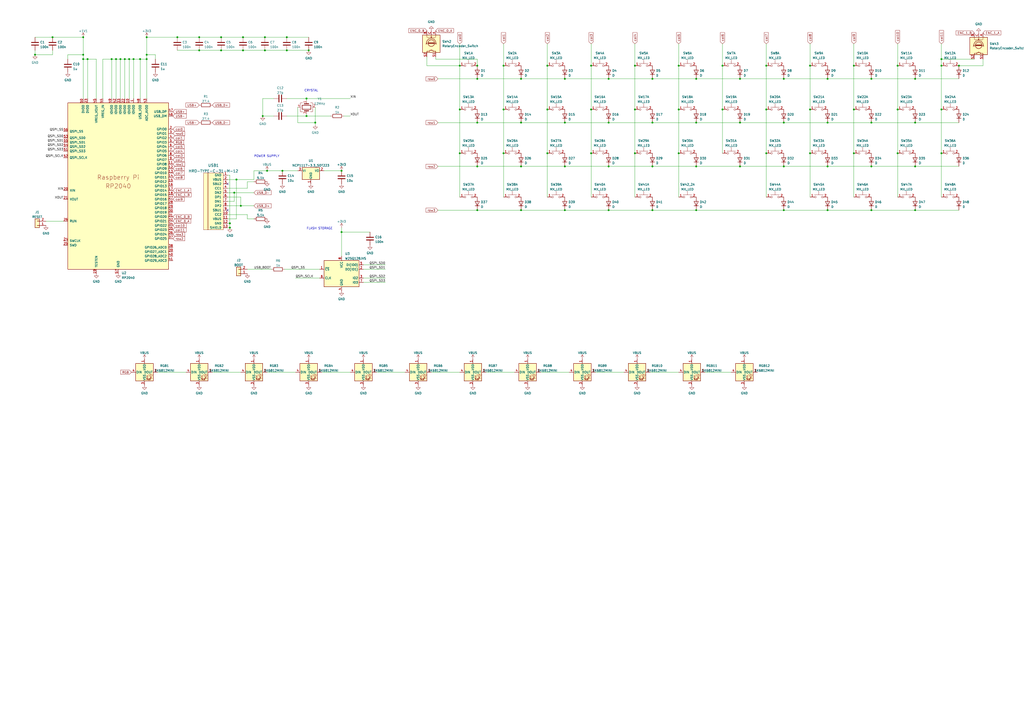
<source format=kicad_sch>
(kicad_sch (version 20230121) (generator eeschema)
  (paper "A2")
  (junction (at 48.26 21.59))
  (junction (at 505.46 71.12))
  (junction (at 179.07 29.21))
  (junction (at 368.3 63.5))
  (junction (at 177.8 57.15))
  (junction (at 368.3 88.9))
  (junction (at 140.97 29.21))
  (junction (at 128.27 29.21))
  (junction (at 495.3 88.9))
  (junction (at 353.06 71.12))
  (junction (at 302.26 96.52))
  (junction (at 469.9 88.9))
  (junction (at 85.09 34.29))
  (junction (at 530.86 121.92))
  (junction (at 444.5 63.5))
  (junction (at 48.26 31.75))
  (junction (at 69.85 34.29))
  (junction (at 276.86 71.12))
  (junction (at 378.46 45.72))
  (junction (at 546.1 38.1))
  (junction (at 74.93 34.29))
  (junction (at 342.9 88.9))
  (junction (at 20.32 31.75))
  (junction (at 102.87 21.59))
  (junction (at 378.46 96.52))
  (junction (at 276.86 96.52))
  (junction (at 444.5 88.9))
  (junction (at 556.26 38.1))
  (junction (at 393.7 63.5))
  (junction (at 495.3 38.1))
  (junction (at 266.7 38.1))
  (junction (at 292.1 38.1))
  (junction (at 327.66 96.52))
  (junction (at 64.77 34.29))
  (junction (at 480.06 45.72))
  (junction (at 546.1 34.29))
  (junction (at 81.28 34.29))
  (junction (at 292.1 63.5))
  (junction (at 133.35 132.08))
  (junction (at 115.57 29.21))
  (junction (at 505.46 96.52))
  (junction (at 77.47 34.29))
  (junction (at 317.5 38.1))
  (junction (at 154.94 99.06))
  (junction (at 520.7 63.5))
  (junction (at 133.35 129.54))
  (junction (at 166.37 21.59))
  (junction (at 302.26 45.72))
  (junction (at 182.88 71.12))
  (junction (at 480.06 71.12))
  (junction (at 85.09 21.59))
  (junction (at 327.66 45.72))
  (junction (at 403.86 121.92))
  (junction (at 48.26 34.29))
  (junction (at 505.46 121.92))
  (junction (at 276.86 121.92))
  (junction (at 85.09 31.75))
  (junction (at 505.46 45.72))
  (junction (at 317.5 63.5))
  (junction (at 50.8 34.29))
  (junction (at 327.66 71.12))
  (junction (at 353.06 45.72))
  (junction (at 429.26 96.52))
  (junction (at 166.37 29.21))
  (junction (at 30.48 21.59))
  (junction (at 520.7 38.1))
  (junction (at 393.7 88.9))
  (junction (at 444.5 38.1))
  (junction (at 429.26 45.72))
  (junction (at 454.66 96.52))
  (junction (at 454.66 45.72))
  (junction (at 403.86 45.72))
  (junction (at 480.06 121.92))
  (junction (at 327.66 121.92))
  (junction (at 72.39 34.29))
  (junction (at 480.06 96.52))
  (junction (at 546.1 63.5))
  (junction (at 469.9 63.5))
  (junction (at 115.57 21.59))
  (junction (at 378.46 71.12))
  (junction (at 128.27 21.59))
  (junction (at 530.86 45.72))
  (junction (at 342.9 63.5))
  (junction (at 429.26 71.12))
  (junction (at 198.12 99.06))
  (junction (at 67.31 34.29))
  (junction (at 302.26 71.12))
  (junction (at 266.7 88.9))
  (junction (at 317.5 88.9))
  (junction (at 495.3 63.5))
  (junction (at 302.26 121.92))
  (junction (at 353.06 96.52))
  (junction (at 546.1 88.9))
  (junction (at 469.9 38.1))
  (junction (at 139.7 119.38))
  (junction (at 177.8 67.31))
  (junction (at 292.1 88.9))
  (junction (at 163.83 99.06))
  (junction (at 393.7 38.1))
  (junction (at 153.67 21.59))
  (junction (at 152.4 67.31))
  (junction (at 342.9 38.1))
  (junction (at 520.7 88.9))
  (junction (at 276.86 45.72))
  (junction (at 276.86 38.1))
  (junction (at 140.97 21.59))
  (junction (at 368.3 38.1))
  (junction (at 454.66 121.92))
  (junction (at 454.66 71.12))
  (junction (at 378.46 121.92))
  (junction (at 198.12 134.62))
  (junction (at 530.86 96.52))
  (junction (at 530.86 71.12))
  (junction (at 266.7 63.5))
  (junction (at 419.1 63.5))
  (junction (at 153.67 29.21))
  (junction (at 135.89 111.76))
  (junction (at 137.16 104.14))
  (junction (at 403.86 71.12))
  (junction (at 419.1 38.1))
  (junction (at 353.06 121.92))
  (junction (at 403.86 96.52))
  (no_connect (at 132.08 121.92))
  (no_connect (at 132.08 106.68))
  (wire (pts (xy 218.44 215.9) (xy 234.95 215.9)))
  (wire (pts (xy 81.28 34.29) (xy 85.09 34.29)))
  (wire (pts (xy 182.88 71.12) (xy 182.88 72.39)))
  (wire (pts (xy 403.86 71.12) (xy 429.26 71.12)))
  (wire (pts (xy 408.94 215.9) (xy 424.18 215.9)))
  (wire (pts (xy 72.39 34.29) (xy 74.93 34.29)))
  (wire (pts (xy 48.26 31.75) (xy 48.26 21.59)))
  (wire (pts (xy 123.19 215.9) (xy 139.7 215.9)))
  (wire (pts (xy 214.63 134.62) (xy 198.12 134.62)))
  (wire (pts (xy 317.5 38.1) (xy 317.5 63.5)))
  (wire (pts (xy 454.66 121.92) (xy 480.06 121.92)))
  (wire (pts (xy 266.7 38.1) (xy 266.7 63.5)))
  (wire (pts (xy 403.86 121.92) (xy 454.66 121.92)))
  (wire (pts (xy 480.06 45.72) (xy 505.46 45.72)))
  (wire (pts (xy 342.9 38.1) (xy 342.9 63.5)))
  (wire (pts (xy 393.7 38.1) (xy 393.7 63.5)))
  (wire (pts (xy 254 71.12) (xy 276.86 71.12)))
  (wire (pts (xy 143.51 105.41) (xy 143.51 109.22)))
  (wire (pts (xy 140.97 21.59) (xy 153.67 21.59)))
  (wire (pts (xy 252.73 34.29) (xy 276.86 34.29)))
  (wire (pts (xy 158.75 57.15) (xy 152.4 57.15)))
  (wire (pts (xy 67.31 34.29) (xy 69.85 34.29)))
  (wire (pts (xy 171.45 161.29) (xy 185.42 161.29)))
  (wire (pts (xy 345.44 215.9) (xy 361.95 215.9)))
  (wire (pts (xy 368.3 88.9) (xy 368.3 114.3)))
  (wire (pts (xy 302.26 71.12) (xy 327.66 71.12)))
  (wire (pts (xy 292.1 25.4) (xy 292.1 38.1)))
  (wire (pts (xy 302.26 96.52) (xy 327.66 96.52)))
  (wire (pts (xy 153.67 29.21) (xy 166.37 29.21)))
  (wire (pts (xy 276.86 71.12) (xy 302.26 71.12)))
  (wire (pts (xy 342.9 25.4) (xy 342.9 38.1)))
  (wire (pts (xy 393.7 63.5) (xy 393.7 88.9)))
  (wire (pts (xy 64.77 34.29) (xy 67.31 34.29)))
  (wire (pts (xy 147.32 99.06) (xy 154.94 99.06)))
  (wire (pts (xy 429.26 71.12) (xy 454.66 71.12)))
  (wire (pts (xy 276.86 34.29) (xy 276.86 38.1)))
  (wire (pts (xy 378.46 96.52) (xy 403.86 96.52)))
  (wire (pts (xy 152.4 67.31) (xy 158.75 67.31)))
  (wire (pts (xy 166.37 57.15) (xy 177.8 57.15)))
  (wire (pts (xy 143.51 127) (xy 143.51 124.46)))
  (wire (pts (xy 505.46 96.52) (xy 530.86 96.52)))
  (wire (pts (xy 530.86 96.52) (xy 556.26 96.52)))
  (wire (pts (xy 210.82 161.29) (xy 223.52 161.29)))
  (wire (pts (xy 132.08 116.84) (xy 135.89 116.84)))
  (wire (pts (xy 48.26 34.29) (xy 48.26 31.75)))
  (wire (pts (xy 210.82 163.83) (xy 223.52 163.83)))
  (wire (pts (xy 250.19 215.9) (xy 266.7 215.9)))
  (wire (pts (xy 135.89 111.76) (xy 147.32 111.76)))
  (wire (pts (xy 254 45.72) (xy 276.86 45.72)))
  (wire (pts (xy 135.89 116.84) (xy 135.89 111.76)))
  (wire (pts (xy 77.47 34.29) (xy 81.28 34.29)))
  (wire (pts (xy 177.8 67.31) (xy 191.77 67.31)))
  (wire (pts (xy 154.94 99.06) (xy 163.83 99.06)))
  (wire (pts (xy 187.96 99.06) (xy 198.12 99.06)))
  (wire (pts (xy 166.37 29.21) (xy 179.07 29.21)))
  (wire (pts (xy 546.1 25.4) (xy 546.1 34.29)))
  (wire (pts (xy 317.5 25.4) (xy 317.5 38.1)))
  (wire (pts (xy 20.32 31.75) (xy 20.32 29.21)))
  (wire (pts (xy 50.8 34.29) (xy 50.8 57.15)))
  (wire (pts (xy 115.57 29.21) (xy 128.27 29.21)))
  (wire (pts (xy 48.26 34.29) (xy 50.8 34.29)))
  (wire (pts (xy 67.31 34.29) (xy 67.31 57.15)))
  (wire (pts (xy 152.4 57.15) (xy 152.4 67.31)))
  (wire (pts (xy 546.1 38.1) (xy 546.1 63.5)))
  (wire (pts (xy 102.87 29.21) (xy 115.57 29.21)))
  (wire (pts (xy 530.86 45.72) (xy 556.26 45.72)))
  (wire (pts (xy 133.35 129.54) (xy 133.35 132.08)))
  (wire (pts (xy 74.93 34.29) (xy 77.47 34.29)))
  (wire (pts (xy 403.86 45.72) (xy 429.26 45.72)))
  (wire (pts (xy 140.97 29.21) (xy 153.67 29.21)))
  (wire (pts (xy 147.32 127) (xy 143.51 127)))
  (wire (pts (xy 302.26 45.72) (xy 327.66 45.72)))
  (wire (pts (xy 85.09 21.59) (xy 85.09 31.75)))
  (wire (pts (xy 69.85 34.29) (xy 69.85 57.15)))
  (wire (pts (xy 85.09 34.29) (xy 85.09 57.15)))
  (wire (pts (xy 77.47 34.29) (xy 77.47 57.15)))
  (wire (pts (xy 530.86 121.92) (xy 556.26 121.92)))
  (wire (pts (xy 368.3 63.5) (xy 368.3 88.9)))
  (wire (pts (xy 546.1 63.5) (xy 546.1 88.9)))
  (wire (pts (xy 419.1 63.5) (xy 419.1 88.9)))
  (wire (pts (xy 419.1 25.4) (xy 419.1 38.1)))
  (wire (pts (xy 353.06 45.72) (xy 378.46 45.72)))
  (wire (pts (xy 163.83 99.06) (xy 172.72 99.06)))
  (wire (pts (xy 177.8 57.15) (xy 177.8 58.42)))
  (wire (pts (xy 454.66 96.52) (xy 480.06 96.52)))
  (wire (pts (xy 39.37 31.75) (xy 48.26 31.75)))
  (wire (pts (xy 177.8 66.04) (xy 177.8 67.31)))
  (wire (pts (xy 85.09 31.75) (xy 85.09 34.29)))
  (wire (pts (xy 419.1 38.1) (xy 419.1 63.5)))
  (wire (pts (xy 530.86 71.12) (xy 556.26 71.12)))
  (wire (pts (xy 166.37 21.59) (xy 179.07 21.59)))
  (wire (pts (xy 177.8 57.15) (xy 203.2 57.15)))
  (wire (pts (xy 520.7 25.4) (xy 520.7 38.1)))
  (wire (pts (xy 198.12 132.08) (xy 198.12 134.62)))
  (wire (pts (xy 570.23 38.1) (xy 556.26 38.1)))
  (wire (pts (xy 266.7 25.4) (xy 266.7 38.1)))
  (wire (pts (xy 505.46 45.72) (xy 530.86 45.72)))
  (wire (pts (xy 30.48 29.21) (xy 30.48 31.75)))
  (wire (pts (xy 313.69 215.9) (xy 330.2 215.9)))
  (wire (pts (xy 26.67 128.27) (xy 36.83 128.27)))
  (wire (pts (xy 182.88 62.23) (xy 182.88 71.12)))
  (wire (pts (xy 342.9 88.9) (xy 342.9 114.3)))
  (wire (pts (xy 276.86 121.92) (xy 302.26 121.92)))
  (wire (pts (xy 132.08 129.54) (xy 133.35 129.54)))
  (wire (pts (xy 198.12 134.62) (xy 198.12 148.59)))
  (wire (pts (xy 353.06 71.12) (xy 378.46 71.12)))
  (wire (pts (xy 210.82 156.21) (xy 223.52 156.21)))
  (wire (pts (xy 252.73 33.02) (xy 252.73 34.29)))
  (wire (pts (xy 59.69 57.15) (xy 59.69 34.29)))
  (wire (pts (xy 39.37 34.29) (xy 39.37 31.75)))
  (wire (pts (xy 480.06 121.92) (xy 505.46 121.92)))
  (wire (pts (xy 546.1 34.29) (xy 546.1 38.1)))
  (wire (pts (xy 546.1 88.9) (xy 546.1 114.3)))
  (wire (pts (xy 378.46 71.12) (xy 403.86 71.12)))
  (wire (pts (xy 403.86 96.52) (xy 429.26 96.52)))
  (wire (pts (xy 172.72 62.23) (xy 172.72 71.12)))
  (wire (pts (xy 102.87 21.59) (xy 115.57 21.59)))
  (wire (pts (xy 520.7 38.1) (xy 520.7 63.5)))
  (wire (pts (xy 50.8 34.29) (xy 55.88 34.29)))
  (wire (pts (xy 327.66 71.12) (xy 353.06 71.12)))
  (wire (pts (xy 247.65 33.02) (xy 247.65 38.1)))
  (wire (pts (xy 469.9 25.4) (xy 469.9 38.1)))
  (wire (pts (xy 128.27 29.21) (xy 140.97 29.21)))
  (wire (pts (xy 292.1 63.5) (xy 292.1 88.9)))
  (wire (pts (xy 495.3 88.9) (xy 495.3 114.3)))
  (wire (pts (xy 85.09 31.75) (xy 90.17 31.75)))
  (wire (pts (xy 393.7 25.4) (xy 393.7 38.1)))
  (wire (pts (xy 143.51 109.22) (xy 132.08 109.22)))
  (wire (pts (xy 59.69 34.29) (xy 64.77 34.29)))
  (wire (pts (xy 444.5 38.1) (xy 444.5 63.5)))
  (wire (pts (xy 276.86 45.72) (xy 302.26 45.72)))
  (wire (pts (xy 505.46 71.12) (xy 530.86 71.12)))
  (wire (pts (xy 166.37 67.31) (xy 177.8 67.31)))
  (wire (pts (xy 91.44 215.9) (xy 107.95 215.9)))
  (wire (pts (xy 165.1 156.21) (xy 185.42 156.21)))
  (wire (pts (xy 74.93 34.29) (xy 74.93 57.15)))
  (wire (pts (xy 429.26 45.72) (xy 454.66 45.72)))
  (wire (pts (xy 327.66 45.72) (xy 353.06 45.72)))
  (wire (pts (xy 143.51 156.21) (xy 157.48 156.21)))
  (wire (pts (xy 327.66 121.92) (xy 353.06 121.92)))
  (wire (pts (xy 135.89 111.76) (xy 132.08 111.76)))
  (wire (pts (xy 327.66 96.52) (xy 353.06 96.52)))
  (wire (pts (xy 378.46 45.72) (xy 403.86 45.72)))
  (wire (pts (xy 132.08 127) (xy 137.16 127)))
  (wire (pts (xy 81.28 34.29) (xy 81.28 57.15)))
  (wire (pts (xy 64.77 34.29) (xy 64.77 57.15)))
  (wire (pts (xy 302.26 121.92) (xy 327.66 121.92)))
  (wire (pts (xy 469.9 38.1) (xy 469.9 63.5)))
  (wire (pts (xy 172.72 71.12) (xy 182.88 71.12)))
  (wire (pts (xy 154.94 215.9) (xy 171.45 215.9)))
  (wire (pts (xy 520.7 88.9) (xy 520.7 114.3)))
  (wire (pts (xy 20.32 21.59) (xy 30.48 21.59)))
  (wire (pts (xy 266.7 63.5) (xy 266.7 88.9)))
  (wire (pts (xy 429.26 96.52) (xy 454.66 96.52)))
  (wire (pts (xy 132.08 101.6) (xy 133.35 101.6)))
  (wire (pts (xy 139.7 114.3) (xy 139.7 119.38)))
  (wire (pts (xy 153.67 21.59) (xy 166.37 21.59)))
  (wire (pts (xy 292.1 38.1) (xy 292.1 63.5)))
  (wire (pts (xy 454.66 71.12) (xy 480.06 71.12)))
  (wire (pts (xy 90.17 34.29) (xy 90.17 31.75)))
  (wire (pts (xy 317.5 88.9) (xy 317.5 114.3)))
  (wire (pts (xy 454.66 45.72) (xy 480.06 45.72)))
  (wire (pts (xy 186.69 215.9) (xy 203.2 215.9)))
  (wire (pts (xy 495.3 63.5) (xy 495.3 88.9)))
  (wire (pts (xy 137.16 104.14) (xy 147.32 104.14)))
  (wire (pts (xy 505.46 121.92) (xy 530.86 121.92)))
  (wire (pts (xy 353.06 96.52) (xy 378.46 96.52)))
  (wire (pts (xy 199.39 67.31) (xy 203.2 67.31)))
  (wire (pts (xy 469.9 63.5) (xy 469.9 88.9)))
  (wire (pts (xy 133.35 101.6) (xy 133.35 129.54)))
  (wire (pts (xy 30.48 31.75) (xy 20.32 31.75)))
  (wire (pts (xy 247.65 38.1) (xy 266.7 38.1)))
  (wire (pts (xy 147.32 104.14) (xy 147.32 99.06)))
  (wire (pts (xy 444.5 88.9) (xy 444.5 114.3)))
  (wire (pts (xy 147.32 105.41) (xy 143.51 105.41)))
  (wire (pts (xy 495.3 38.1) (xy 495.3 63.5)))
  (wire (pts (xy 393.7 88.9) (xy 393.7 114.3)))
  (wire (pts (xy 133.35 132.08) (xy 132.08 132.08)))
  (wire (pts (xy 368.3 25.4) (xy 368.3 38.1)))
  (wire (pts (xy 444.5 25.4) (xy 444.5 38.1)))
  (wire (pts (xy 143.51 124.46) (xy 132.08 124.46)))
  (wire (pts (xy 546.1 34.29) (xy 565.15 34.29)))
  (wire (pts (xy 132.08 114.3) (xy 139.7 114.3)))
  (wire (pts (xy 137.16 127) (xy 137.16 104.14)))
  (wire (pts (xy 480.06 71.12) (xy 505.46 71.12)))
  (wire (pts (xy 480.06 96.52) (xy 505.46 96.52)))
  (wire (pts (xy 128.27 21.59) (xy 140.97 21.59)))
  (wire (pts (xy 69.85 34.29) (xy 72.39 34.29)))
  (wire (pts (xy 210.82 153.67) (xy 223.52 153.67)))
  (wire (pts (xy 520.7 63.5) (xy 520.7 88.9)))
  (wire (pts (xy 254 121.92) (xy 276.86 121.92)))
  (wire (pts (xy 378.46 121.92) (xy 403.86 121.92)))
  (wire (pts (xy 139.7 119.38) (xy 147.32 119.38)))
  (wire (pts (xy 48.26 34.29) (xy 48.26 57.15)))
  (wire (pts (xy 368.3 38.1) (xy 368.3 63.5)))
  (wire (pts (xy 266.7 88.9) (xy 266.7 114.3)))
  (wire (pts (xy 292.1 88.9) (xy 292.1 114.3)))
  (wire (pts (xy 132.08 104.14) (xy 137.16 104.14)))
  (wire (pts (xy 55.88 57.15) (xy 55.88 34.29)))
  (wire (pts (xy 254 96.52) (xy 276.86 96.52)))
  (wire (pts (xy 377.19 215.9) (xy 393.7 215.9)))
  (wire (pts (xy 276.86 96.52) (xy 302.26 96.52)))
  (wire (pts (xy 139.7 119.38) (xy 132.08 119.38)))
  (wire (pts (xy 317.5 63.5) (xy 317.5 88.9)))
  (wire (pts (xy 469.9 88.9) (xy 469.9 114.3)))
  (wire (pts (xy 72.39 34.29) (xy 72.39 57.15)))
  (wire (pts (xy 353.06 121.92) (xy 378.46 121.92)))
  (wire (pts (xy 85.09 21.59) (xy 102.87 21.59)))
  (wire (pts (xy 495.3 25.4) (xy 495.3 38.1)))
  (wire (pts (xy 342.9 63.5) (xy 342.9 88.9)))
  (wire (pts (xy 570.23 34.29) (xy 570.23 38.1)))
  (wire (pts (xy 115.57 21.59) (xy 128.27 21.59)))
  (wire (pts (xy 444.5 63.5) (xy 444.5 88.9)))
  (wire (pts (xy 281.94 215.9) (xy 298.45 215.9)))
  (wire (pts (xy 30.48 21.59) (xy 48.26 21.59)))
  (text "CRYSTAL" (at 176.53 53.34 0) (effects (font (size 1.27 1.27)) (justify left bottom)))
  (text "FLASH STORAGE" (at 177.8 133.35 0) (effects (font (size 1.27 1.27)) (justify left bottom)))
  (text "POWER SUPPLY" (at 147.32 91.44 0) (effects (font (size 1.27 1.27)) (justify left bottom)))
  (label "QSPI_SCLK" (at 36.83 91.44 180))
  (label "QSPI_SD1" (at 36.83 82.55 180))
  (label "QSPI_SD3" (at 36.83 87.63 180))
  (label "XIN" (at 203.2 57.15 0))
  (label "XOUT" (at 203.2 67.31 0))
  (label "XIN" (at 36.83 110.49 180))
  (label "USB_BOOT" (at 147.32 156.21 0))
  (label "QSPI_SS" (at 168.91 156.21 0))
  (label "XOUT" (at 36.83 115.57 180))
  (label "QSPI_SS" (at 36.83 76.2 180))
  (label "QSPI_SD3" (at 223.52 163.83 180))
  (label "QSPI_SD0" (at 36.83 80.01 180))
  (label "QSPI_SD1" (at 223.52 156.21 180))
  (label "QSPI_SCLK" (at 171.45 161.29 0))
  (label "QSPI_SD2" (at 223.52 161.29 180))
  (label "QSPI_SD2" (at 36.83 85.09 180))
  (label "QSPI_SD0" (at 223.52 153.67 180))
  (global_label "ENC_1_A" (shape input) (at 570.23 19.05 0) (property "Intersheetrefs" "${INTERSHEET_REFS}" (effects hide)))
  (global_label "USB-" (shape input) (at 115.57 71.12 180) (property "Intersheetrefs" "${INTERSHEET_REFS}" (effects hide)))
  (global_label "row0" (shape input) (at 254 45.72 180) (property "Intersheetrefs" "${INTERSHEET_REFS}" (effects hide)))
  (global_label "col0" (shape input) (at 266.7 25.4 90) (property "Intersheetrefs" "${INTERSHEET_REFS}" (effects hide)))
  (global_label "col3" (shape input) (at 342.9 25.4 90) (property "Intersheetrefs" "${INTERSHEET_REFS}" (effects hide)))
  (global_label "ENC_1_A" (shape input) (at 100.33 110.49 0) (property "Intersheetrefs" "${INTERSHEET_REFS}" (effects hide)))
  (global_label "ENC_0_A" (shape input) (at 252.73 17.78 0) (property "Intersheetrefs" "${INTERSHEET_REFS}" (effects hide)))
  (global_label "col0" (shape input) (at 100.33 74.93 0) (property "Intersheetrefs" "${INTERSHEET_REFS}" (effects hide)))
  (global_label "col7" (shape input) (at 100.33 100.33 0) (property "Intersheetrefs" "${INTERSHEET_REFS}" (effects hide)))
  (global_label "USB-" (shape input) (at 100.33 67.31 0) (property "Intersheetrefs" "${INTERSHEET_REFS}" (effects hide)))
  (global_label "col8" (shape input) (at 100.33 102.87 0) (property "Intersheetrefs" "${INTERSHEET_REFS}" (effects hide)))
  (global_label "col6" (shape input) (at 419.1 25.4 90) (property "Intersheetrefs" "${INTERSHEET_REFS}" (effects hide)))
  (global_label "row2" (shape input) (at 254 96.52 180) (property "Intersheetrefs" "${INTERSHEET_REFS}" (effects hide)))
  (global_label "col10" (shape input) (at 520.7 25.4 90) (property "Intersheetrefs" "${INTERSHEET_REFS}" (effects hide)))
  (global_label "row2" (shape input) (at 100.33 138.43 0) (property "Intersheetrefs" "${INTERSHEET_REFS}" (effects hide)))
  (global_label "col11" (shape input) (at 100.33 133.35 0) (property "Intersheetrefs" "${INTERSHEET_REFS}" (effects hide)))
  (global_label "col1" (shape input) (at 100.33 80.01 0) (property "Intersheetrefs" "${INTERSHEET_REFS}" (effects hide)))
  (global_label "USB_D+" (shape input) (at 123.19 60.96 0) (property "Intersheetrefs" "${INTERSHEET_REFS}" (effects hide)))
  (global_label "row0" (shape input) (at 100.33 77.47 0) (property "Intersheetrefs" "${INTERSHEET_REFS}" (effects hide)))
  (global_label "row3" (shape input) (at 100.33 135.89 0) (property "Intersheetrefs" "${INTERSHEET_REFS}" (effects hide)))
  (global_label "USB+" (shape input) (at 100.33 64.77 0) (property "Intersheetrefs" "${INTERSHEET_REFS}" (effects hide)))
  (global_label "col9" (shape input) (at 100.33 115.57 0) (property "Intersheetrefs" "${INTERSHEET_REFS}" (effects hide)))
  (global_label "col9" (shape input) (at 495.3 25.4 90) (property "Intersheetrefs" "${INTERSHEET_REFS}" (effects hide)))
  (global_label "col5" (shape input) (at 393.7 25.4 90) (property "Intersheetrefs" "${INTERSHEET_REFS}" (effects hide)))
  (global_label "row1" (shape input) (at 254 71.12 180) (property "Intersheetrefs" "${INTERSHEET_REFS}" (effects hide)))
  (global_label "col5" (shape input) (at 100.33 85.09 0) (property "Intersheetrefs" "${INTERSHEET_REFS}" (effects hide)))
  (global_label "col8" (shape input) (at 469.9 25.4 90) (property "Intersheetrefs" "${INTERSHEET_REFS}" (effects hide)))
  (global_label "ENC_0_A" (shape input) (at 100.33 128.27 0) (property "Intersheetrefs" "${INTERSHEET_REFS}" (effects hide)))
  (global_label "USB_D-" (shape input) (at 123.19 71.12 0) (property "Intersheetrefs" "${INTERSHEET_REFS}" (effects hide)))
  (global_label "RGB" (shape input) (at 100.33 82.55 0) (property "Intersheetrefs" "${INTERSHEET_REFS}" (effects hide)))
  (global_label "USB+" (shape input) (at 115.57 60.96 180) (property "Intersheetrefs" "${INTERSHEET_REFS}" (effects hide)))
  (global_label "col1" (shape input) (at 292.1 25.4 90) (property "Intersheetrefs" "${INTERSHEET_REFS}" (effects hide)))
  (global_label "col7" (shape input) (at 444.5 25.4 90) (property "Intersheetrefs" "${INTERSHEET_REFS}" (effects hide)))
  (global_label "ENC_1_B" (shape input) (at 100.33 113.03 0) (property "Intersheetrefs" "${INTERSHEET_REFS}" (effects hide)))
  (global_label "ENC_0_B" (shape input) (at 247.65 17.78 180) (property "Intersheetrefs" "${INTERSHEET_REFS}" (effects hide)))
  (global_label "col4" (shape input) (at 368.3 25.4 90) (property "Intersheetrefs" "${INTERSHEET_REFS}" (effects hide)))
  (global_label "row3" (shape input) (at 254 121.92 180) (property "Intersheetrefs" "${INTERSHEET_REFS}" (effects hide)))
  (global_label "ENC_1_B" (shape input) (at 565.15 19.05 180) (property "Intersheetrefs" "${INTERSHEET_REFS}" (effects hide)))
  (global_label "col11" (shape input) (at 546.1 25.4 90) (property "Intersheetrefs" "${INTERSHEET_REFS}" (effects hide)))
  (global_label "col2" (shape input) (at 100.33 92.71 0) (property "Intersheetrefs" "${INTERSHEET_REFS}" (effects hide)))
  (global_label "RGB" (shape input) (at 76.2 215.9 180) (property "Intersheetrefs" "${INTERSHEET_REFS}" (effects hide)))
  (global_label "col3" (shape input) (at 100.33 90.17 0) (property "Intersheetrefs" "${INTERSHEET_REFS}" (effects hide)))
  (global_label "row1" (shape input) (at 100.33 95.25 0) (property "Intersheetrefs" "${INTERSHEET_REFS}" (effects hide)))
  (global_label "ENC_0_B" (shape input) (at 100.33 125.73 0) (property "Intersheetrefs" "${INTERSHEET_REFS}" (effects hide)))
  (global_label "col6" (shape input) (at 100.33 97.79 0) (property "Intersheetrefs" "${INTERSHEET_REFS}" (effects hide)))
  (global_label "col2" (shape input) (at 317.5 25.4 90) (property "Intersheetrefs" "${INTERSHEET_REFS}" (effects hide)))
  (global_label "col4" (shape input) (at 100.33 87.63 0) (property "Intersheetrefs" "${INTERSHEET_REFS}" (effects hide)))
  (global_label "USB_D+" (shape input) (at 147.32 119.38 0) (property "Intersheetrefs" "${INTERSHEET_REFS}" (effects hide)))
  (global_label "col10" (shape input) (at 100.33 130.81 0) (property "Intersheetrefs" "${INTERSHEET_REFS}" (effects hide)))
  (global_label "USB_D-" (shape input) (at 147.32 111.76 0) (property "Intersheetrefs" "${INTERSHEET_REFS}" (effects hide)))
  (symbol (lib_id "power:+1V1") (at 48.26 21.59 0) (unit 1)
    (property "Reference" "#PWR01" (effects hide))
    (property "Value" "+1V1" (at 48.26 17.9855 0))
  )
  (symbol (lib_id "keebio:MX_LED") (at 500.38 88.9 0) (unit 1)
    (property "Reference" "SW34" (at 500.38 81.6315 0))
    (property "Value" "MX_LED" (at 500.38 84.4066 0))
    (property "Footprint" "MX_Only:MXOnly-1U-Hotswap" (effects hide))
  )
  (symbol (lib_id "Device:D") (at 556.26 92.71 90) (unit 1)
    (property "Reference" "D36" (at 558.292 91.8015 90) (effects (justify right)))
    (property "Value" "D" (at 558.292 94.5766 90) (effects (justify right)))
    (property "Footprint" "Diode_SMD:D_SOD-323" (effects hide))
  )
  (symbol (lib_id "Device:D") (at 302.26 118.11 90) (unit 1)
    (property "Reference" "D38" (at 304.292 117.2015 90) (effects (justify right)))
    (property "Value" "D" (at 304.292 119.9766 90) (effects (justify right)))
    (property "Footprint" "Diode_SMD:D_SOD-323" (effects hide))
  )
  (symbol (lib_id "Device:D") (at 276.86 118.11 90) (unit 1)
    (property "Reference" "D37" (at 278.892 117.2015 90) (effects (justify right)))
    (property "Value" "D" (at 278.892 119.9766 90) (effects (justify right)))
    (property "Footprint" "Diode_SMD:D_SOD-323" (effects hide))
  )
  (symbol (lib_id "power:GND") (at 152.4 67.31 0) (unit 1)
    (property "Reference" "#PWR07" (effects hide))
    (property "Value" "GND" (at 152.4 71.8725 0))
  )
  (symbol (lib_id "Device:D") (at 480.06 41.91 90) (unit 1)
    (property "Reference" "D9" (at 482.092 41.0015 90) (effects (justify right)))
    (property "Value" "D" (at 482.092 43.7766 90) (effects (justify right)))
    (property "Footprint" "Diode_SMD:D_SOD-323" (effects hide))
  )
  (symbol (lib_id "power:VBUS") (at 337.82 208.28 0) (unit 1)
    (property "Reference" "#PWR0123" (effects hide))
    (property "Value" "VBUS" (at 337.82 204.6755 0))
  )
  (symbol (lib_id "keebio:MX_LED") (at 525.78 63.5 0) (unit 1)
    (property "Reference" "SW23" (at 525.78 56.2315 0))
    (property "Value" "MX_LED" (at 525.78 59.0066 0))
    (property "Footprint" "MX_Only:MXOnly-1U-Hotswap" (effects hide))
  )
  (symbol (lib_id "Device:R") (at 119.38 71.12 90) (unit 1)
    (property "Reference" "R3" (at 119.38 66.1375 90))
    (property "Value" "27.4" (at 119.38 68.9126 90))
    (property "Footprint" "Resistor_SMD:R_0402_1005Metric" (effects hide))
  )
  (symbol (lib_id "Device:D") (at 353.06 92.71 90) (unit 1)
    (property "Reference" "D28" (at 355.092 91.8015 90) (effects (justify right)))
    (property "Value" "D" (at 355.092 94.5766 90) (effects (justify right)))
    (property "Footprint" "Diode_SMD:D_SOD-323" (effects hide))
  )
  (symbol (lib_id "power:GND") (at 147.32 223.52 0) (unit 1)
    (property "Reference" "#PWR0107" (effects hide))
    (property "Value" "GND" (at 147.32 228.0825 0))
  )
  (symbol (lib_id "power:GND") (at 182.88 72.39 0) (unit 1)
    (property "Reference" "#PWR08" (effects hide))
    (property "Value" "GND" (at 182.88 76.9525 0))
  )
  (symbol (lib_id "Device:C") (at 30.48 25.4 0) (unit 1)
    (property "Reference" "C2" (at 33.401 24.4915 0) (effects (justify left)))
    (property "Value" "100n" (at 33.401 27.2666 0) (effects (justify left)))
    (property "Footprint" "Capacitor_SMD:C_0402_1005Metric" (effects hide))
  )
  (symbol (lib_id "Device:RotaryEncoder_Switch") (at 250.19 25.4 270) (unit 1)
    (property "Reference" "SW42" (at 256.54 24.13 90) (effects (justify left)))
    (property "Value" "RotaryEncoder_Switch" (at 256.54 26.67 90) (effects (justify left)))
    (property "Footprint" "Keebio-Parts:RotaryEncoder_EC11" (effects hide))
  )
  (symbol (lib_name "GND_1") (lib_id "power:GND") (at 250.19 17.78 180) (unit 1)
    (property "Reference" "#PWR024" (effects hide))
    (property "Value" "GND" (at 250.19 12.7 0))
  )
  (symbol (lib_id "power:GND") (at 39.37 41.91 0) (unit 1)
    (property "Reference" "#PWR05" (effects hide))
    (property "Value" "GND" (at 39.37 46.4725 0))
  )
  (symbol (lib_id "power:GND") (at 401.32 223.52 0) (unit 1)
    (property "Reference" "#PWR0119" (effects hide))
    (property "Value" "GND" (at 401.32 228.0825 0))
  )
  (symbol (lib_id "Device:D") (at 530.86 92.71 90) (unit 1)
    (property "Reference" "D35" (at 532.892 91.8015 90) (effects (justify right)))
    (property "Value" "D" (at 532.892 94.5766 90) (effects (justify right)))
    (property "Footprint" "Diode_SMD:D_SOD-323" (effects hide))
  )
  (symbol (lib_id "power:VBUS") (at 369.57 208.28 0) (unit 1)
    (property "Reference" "#PWR0121" (effects hide))
    (property "Value" "VBUS" (at 369.57 204.6755 0))
  )
  (symbol (lib_id "Device:C") (at 162.56 57.15 90) (unit 1)
    (property "Reference" "C12" (at 162.56 51.0245 90))
    (property "Value" "27p" (at 162.56 53.7996 90))
    (property "Footprint" "Capacitor_SMD:C_0402_1005Metric" (effects hide))
  )
  (symbol (lib_id "Device:D") (at 378.46 41.91 90) (unit 1)
    (property "Reference" "D5" (at 380.492 41.0015 90) (effects (justify right)))
    (property "Value" "D" (at 380.492 43.7766 90) (effects (justify right)))
    (property "Footprint" "Diode_SMD:D_SOD-323" (effects hide))
  )
  (symbol (lib_id "power:+3V3") (at 198.12 132.08 0) (unit 1)
    (property "Reference" "#PWR018" (effects hide))
    (property "Value" "+3V3" (at 198.12 128.4755 0))
  )
  (symbol (lib_id "Device:D") (at 556.26 118.11 90) (unit 1)
    (property "Reference" "D48" (at 558.292 117.2015 90) (effects (justify right)))
    (property "Value" "D" (at 558.292 119.9766 90) (effects (justify right)))
    (property "Footprint" "Diode_SMD:D_SOD-323" (effects hide))
  )
  (symbol (lib_id "LED:WS2812B") (at 274.32 215.9 0) (unit 1)
    (property "Reference" "RGB7" (at 285.8959 212.1748 0))
    (property "Value" "SK6812MINI" (at 285.8959 214.9499 0))
    (property "Footprint" "LED_SMD:LED_WS2812B_PLCC4_5.0x5.0mm_P3.2mm" (effects hide))
    (property "Datasheet" "https://cdn-shop.adafruit.com/datasheets/WS2812B.pdf" (effects hide))
  )
  (symbol (lib_id "keebio:MX_LED") (at 347.98 38.1 0) (unit 1)
    (property "Reference" "SW4" (at 347.98 30.8315 0))
    (property "Value" "MX_LED" (at 347.98 33.6066 0))
    (property "Footprint" "MX_Only:MXOnly-1U-Hotswap" (effects hide))
  )
  (symbol (lib_id "keebio:MX_LED") (at 449.58 88.9 0) (unit 1)
    (property "Reference" "SW32" (at 449.58 81.6315 0))
    (property "Value" "MX_LED" (at 449.58 84.4066 0))
    (property "Footprint" "MX_Only:MXOnly-1U-Hotswap" (effects hide))
  )
  (symbol (lib_id "Device:C") (at 140.97 25.4 0) (unit 1)
    (property "Reference" "C6" (at 143.891 24.4915 0) (effects (justify left)))
    (property "Value" "100n" (at 143.891 27.2666 0) (effects (justify left)))
    (property "Footprint" "Capacitor_SMD:C_0402_1005Metric" (effects hide))
  )
  (symbol (lib_id "Device:D") (at 530.86 41.91 90) (unit 1)
    (property "Reference" "D11" (at 532.892 41.0015 90) (effects (justify right)))
    (property "Value" "D" (at 532.892 43.7766 90) (effects (justify right)))
    (property "Footprint" "Diode_SMD:D_SOD-323" (effects hide))
  )
  (symbol (lib_id "Device:D") (at 276.86 92.71 90) (unit 1)
    (property "Reference" "D25" (at 278.892 91.8015 90) (effects (justify right)))
    (property "Value" "D" (at 278.892 94.5766 90) (effects (justify right)))
    (property "Footprint" "Diode_SMD:D_SOD-323" (effects hide))
  )
  (symbol (lib_id "Device:D") (at 403.86 118.11 90) (unit 1)
    (property "Reference" "D42" (at 405.892 117.2015 90) (effects (justify right)))
    (property "Value" "D" (at 405.892 119.9766 90) (effects (justify right)))
    (property "Footprint" "Diode_SMD:D_SOD-323" (effects hide))
  )
  (symbol (lib_id "LED:WS2812B") (at 83.82 215.9 0) (unit 1)
    (property "Reference" "RGB1" (at 95.3959 212.1748 0))
    (property "Value" "SK6812MINI" (at 95.3959 214.9499 0))
    (property "Footprint" "LED_SMD:LED_WS2812B_PLCC4_5.0x5.0mm_P3.2mm" (effects hide))
    (property "Datasheet" "https://cdn-shop.adafruit.com/datasheets/WS2812B.pdf" (effects hide))
  )
  (symbol (lib_id "keebio:MX_LED") (at 500.38 38.1 0) (unit 1)
    (property "Reference" "SW10" (at 500.38 30.8315 0))
    (property "Value" "MX_LED" (at 500.38 33.6066 0))
    (property "Footprint" "MX_Only:MXOnly-1U-Hotswap" (effects hide))
  )
  (symbol (lib_id "Device:C") (at 39.37 38.1 0) (unit 1)
    (property "Reference" "C10" (at 42.291 37.1915 0) (effects (justify left)))
    (property "Value" "1u" (at 42.291 39.9666 0) (effects (justify left)))
    (property "Footprint" "Capacitor_SMD:C_0402_1005Metric" (effects hide))
  )
  (symbol (lib_id "Device:Crystal_GND24") (at 177.8 62.23 270) (unit 1)
    (property "Reference" "Y1" (at 185.4389 57.3743 90))
    (property "Value" "12MHz" (at 185.4389 60.1494 90))
    (property "Footprint" "Crystal:Crystal_SMD_3225-4Pin_3.2x2.5mm_HandSoldering" (effects hide))
  )
  (symbol (lib_id "LED:WS2812B") (at 369.57 215.9 0) (unit 1)
    (property "Reference" "RGB10" (at 381.1459 212.1748 0))
    (property "Value" "SK6812MINI" (at 381.1459 214.9499 0))
    (property "Footprint" "LED_SMD:LED_WS2812B_PLCC4_5.0x5.0mm_P3.2mm" (effects hide))
    (property "Datasheet" "https://cdn-shop.adafruit.com/datasheets/WS2812B.pdf" (effects hide))
  )
  (symbol (lib_id "power:GND") (at 274.32 223.52 0) (unit 1)
    (property "Reference" "#PWR0113" (effects hide))
    (property "Value" "GND" (at 274.32 228.0825 0))
  )
  (symbol (lib_id "Device:C") (at 163.83 102.87 0) (unit 1)
    (property "Reference" "C14" (at 166.751 101.9615 0) (effects (justify left)))
    (property "Value" "10u" (at 166.751 104.7366 0) (effects (justify left)))
    (property "Footprint" "Capacitor_SMD:C_0402_1005Metric" (effects hide))
  )
  (symbol (lib_id "Device:D") (at 505.46 67.31 90) (unit 1)
    (property "Reference" "D22" (at 507.492 66.4015 90) (effects (justify right)))
    (property "Value" "D" (at 507.492 69.1766 90) (effects (justify right)))
    (property "Footprint" "Diode_SMD:D_SOD-323" (effects hide))
  )
  (symbol (lib_id "power:VBUS") (at 154.94 99.06 0) (unit 1)
    (property "Reference" "#PWR09" (effects hide))
    (property "Value" "VBUS" (at 154.94 95.4555 0))
  )
  (symbol (lib_id "keebio:MX_LED") (at 373.38 63.5 0) (unit 1)
    (property "Reference" "SW17" (at 373.38 56.2315 0))
    (property "Value" "MX_LED" (at 373.38 59.0066 0))
    (property "Footprint" "MX_Only:MXOnly-1U-Hotswap" (effects hide))
  )
  (symbol (lib_id "power:GND") (at 163.83 106.68 0) (unit 1)
    (property "Reference" "#PWR012" (effects hide))
    (property "Value" "GND" (at 163.83 111.2425 0))
  )
  (symbol (lib_id "Device:R") (at 151.13 105.41 90) (unit 1)
    (property "Reference" "R4" (at 151.13 100.4275 90))
    (property "Value" "5.1k" (at 151.13 103.2026 90))
    (property "Footprint" "Resistor_SMD:R_0402_1005Metric" (effects hide))
  )
  (symbol (lib_id "keebio:MX_LED") (at 474.98 38.1 0) (unit 1)
    (property "Reference" "SW9" (at 474.98 30.8315 0))
    (property "Value" "MX_LED" (at 474.98 33.6066 0))
    (property "Footprint" "MX_Only:MXOnly-1U-Hotswap" (effects hide))
  )
  (symbol (lib_id "LED:WS2812B") (at 147.32 215.9 0) (unit 1)
    (property "Reference" "RGB3" (at 158.8959 212.1748 0))
    (property "Value" "SK6812MINI" (at 158.8959 214.9499 0))
    (property "Footprint" "LED_SMD:LED_WS2812B_PLCC4_5.0x5.0mm_P3.2mm" (effects hide))
    (property "Datasheet" "https://cdn-shop.adafruit.com/datasheets/WS2812B.pdf" (effects hide))
  )
  (symbol (lib_id "Device:D") (at 302.26 41.91 90) (unit 1)
    (property "Reference" "D2" (at 304.292 41.0015 90) (effects (justify right)))
    (property "Value" "D" (at 304.292 43.7766 90) (effects (justify right)))
    (property "Footprint" "Diode_SMD:D_SOD-323" (effects hide))
  )
  (symbol (lib_id "Device:D") (at 276.86 67.31 90) (unit 1)
    (property "Reference" "D13" (at 278.892 66.4015 90) (effects (justify right)))
    (property "Value" "D" (at 278.892 69.1766 90) (effects (justify right)))
    (property "Footprint" "Diode_SMD:D_SOD-323" (effects hide))
  )
  (symbol (lib_id "power:VBUS") (at 274.32 208.28 0) (unit 1)
    (property "Reference" "#PWR0114" (effects hide))
    (property "Value" "VBUS" (at 274.32 204.6755 0))
  )
  (symbol (lib_id "Device:D") (at 505.46 92.71 90) (unit 1)
    (property "Reference" "D34" (at 507.492 91.8015 90) (effects (justify right)))
    (property "Value" "D" (at 507.492 94.5766 90) (effects (justify right)))
    (property "Footprint" "Diode_SMD:D_SOD-323" (effects hide))
  )
  (symbol (lib_id "Device:R") (at 195.58 67.31 90) (unit 1)
    (property "Reference" "R2" (at 195.58 62.3275 90))
    (property "Value" "1k" (at 195.58 65.1026 90))
    (property "Footprint" "Resistor_SMD:R_0402_1005Metric" (effects hide))
  )
  (symbol (lib_id "power:VBUS") (at 210.82 208.28 0) (unit 1)
    (property "Reference" "#PWR0103" (effects hide))
    (property "Value" "VBUS" (at 210.82 204.6755 0))
  )
  (symbol (lib_id "Device:D") (at 480.06 67.31 90) (unit 1)
    (property "Reference" "D21" (at 482.092 66.4015 90) (effects (justify right)))
    (property "Value" "D" (at 482.092 69.1766 90) (effects (justify right)))
    (property "Footprint" "Diode_SMD:D_SOD-323" (effects hide))
  )
  (symbol (lib_id "Device:C") (at 20.32 25.4 0) (unit 1)
    (property "Reference" "C1" (at 23.241 24.4915 0) (effects (justify left)))
    (property "Value" "100n" (at 23.241 27.2666 0) (effects (justify left)))
    (property "Footprint" "Capacitor_SMD:C_0402_1005Metric" (effects hide))
  )
  (symbol (lib_id "power:GND") (at 115.57 223.52 0) (unit 1)
    (property "Reference" "#PWR0110" (effects hide))
    (property "Value" "GND" (at 115.57 228.0825 0))
  )
  (symbol (lib_id "keebio:MX_LED") (at 551.18 88.9 0) (unit 1)
    (property "Reference" "SW36" (at 551.18 81.6315 0))
    (property "Value" "MX_LED" (at 551.18 84.4066 0))
    (property "Footprint" "MX_Only:MXOnly-1U-Hotswap" (effects hide))
  )
  (symbol (lib_id "keebio:MX_LED") (at 373.38 88.9 0) (unit 1)
    (property "Reference" "SW29" (at 373.38 81.6315 0))
    (property "Value" "MX_LED" (at 373.38 84.4066 0))
    (property "Footprint" "MX_Only:MXOnly-1U-Hotswap" (effects hide))
  )
  (symbol (lib_id "keebio:MX_LED") (at 525.78 88.9 0) (unit 1)
    (property "Reference" "SW35" (at 525.78 81.6315 0))
    (property "Value" "MX_LED" (at 525.78 84.4066 0))
    (property "Footprint" "MX_Only:MXOnly-1U-Hotswap" (effects hide))
  )
  (symbol (lib_id "keebio:MX_LED") (at 500.38 114.3 0) (unit 1)
    (property "Reference" "SW46" (at 500.38 107.0315 0))
    (property "Value" "MX_LED" (at 500.38 109.8066 0))
    (property "Footprint" "MX_Only:MXOnly-1U-Hotswap" (effects hide))
  )
  (symbol (lib_id "keebio:MX_LED") (at 347.98 88.9 0) (unit 1)
    (property "Reference" "SW28" (at 347.98 81.6315 0))
    (property "Value" "MX_LED" (at 347.98 84.4066 0))
    (property "Footprint" "MX_Only:MXOnly-1U-Hotswap" (effects hide))
  )
  (symbol (lib_id "Device:D") (at 530.86 118.11 90) (unit 1)
    (property "Reference" "D47" (at 532.892 117.2015 90) (effects (justify right)))
    (property "Value" "D" (at 532.892 119.9766 90) (effects (justify right)))
    (property "Footprint" "Diode_SMD:D_SOD-323" (effects hide))
  )
  (symbol (lib_id "Device:RotaryEncoder_Switch") (at 567.69 26.67 270) (unit 1)
    (property "Reference" "SW43" (at 574.04 25.4 90) (effects (justify left)))
    (property "Value" "RotaryEncoder_Switch" (at 574.04 27.94 90) (effects (justify left)))
    (property "Footprint" "Keebio-Parts:RotaryEncoder_EC11" (effects hide))
  )
  (symbol (lib_id "keebio:MX_LED") (at 322.58 63.5 0) (unit 1)
    (property "Reference" "SW15" (at 322.58 56.2315 0))
    (property "Value" "MX_LED" (at 322.58 59.0066 0))
    (property "Footprint" "MX_Only:MXOnly-1U-Hotswap" (effects hide))
  )
  (symbol (lib_id "keebio:MX_LED") (at 525.78 38.1 0) (unit 1)
    (property "Reference" "SW11" (at 525.78 30.8315 0))
    (property "Value" "MX_LED" (at 525.78 33.6066 0))
    (property "Footprint" "MX_Only:MXOnly-1U-Hotswap" (effects hide))
  )
  (symbol (lib_id "keebio:MX_LED") (at 271.78 38.1 0) (unit 1)
    (property "Reference" "SW1" (at 271.78 30.8315 0))
    (property "Value" "MX_LED" (at 271.78 33.6066 0))
    (property "Footprint" "MX_Only:MXOnly-1U-Hotswap" (effects hide))
  )
  (symbol (lib_id "power:GND") (at 337.82 223.52 0) (unit 1)
    (property "Reference" "#PWR0122" (effects hide))
    (property "Value" "GND" (at 337.82 228.0825 0))
  )
  (symbol (lib_id "power:GND") (at 198.12 106.68 0) (unit 1)
    (property "Reference" "#PWR014" (effects hide))
    (property "Value" "GND" (at 198.12 111.2425 0))
  )
  (symbol (lib_id "Device:C") (at 115.57 25.4 0) (unit 1)
    (property "Reference" "C4" (at 118.491 24.4915 0) (effects (justify left)))
    (property "Value" "100n" (at 118.491 27.2666 0) (effects (justify left)))
    (property "Footprint" "Capacitor_SMD:C_0402_1005Metric" (effects hide))
  )
  (symbol (lib_id "LED:WS2812B") (at 179.07 215.9 0) (unit 1)
    (property "Reference" "RGB4" (at 190.6459 212.1748 0))
    (property "Value" "SK6812MINI" (at 190.6459 214.9499 0))
    (property "Footprint" "LED_SMD:LED_WS2812B_PLCC4_5.0x5.0mm_P3.2mm" (effects hide))
    (property "Datasheet" "https://cdn-shop.adafruit.com/datasheets/WS2812B.pdf" (effects hide))
  )
  (symbol (lib_id "Device:C") (at 198.12 102.87 0) (unit 1)
    (property "Reference" "C15" (at 201.041 101.9615 0) (effects (justify left)))
    (property "Value" "10u" (at 201.041 104.7366 0) (effects (justify left)))
    (property "Footprint" "Capacitor_SMD:C_0402_1005Metric" (effects hide))
  )
  (symbol (lib_id "Device:D") (at 327.66 118.11 90) (unit 1)
    (property "Reference" "D39" (at 329.692 117.2015 90) (effects (justify right)))
    (property "Value" "D" (at 329.692 119.9766 90) (effects (justify right)))
    (property "Footprint" "Diode_SMD:D_SOD-323" (effects hide))
  )
  (symbol (lib_id "keebio:MX_LED") (at 398.78 38.1 0) (unit 1)
    (property "Reference" "SW6" (at 398.78 30.8315 0))
    (property "Value" "MX_LED" (at 398.78 33.6066 0))
    (property "Footprint" "MX_Only:MXOnly-1U-Hotswap" (effects hide))
  )
  (symbol (lib_id "power:VBUS") (at 83.82 208.28 0) (unit 1)
    (property "Reference" "#PWR0111" (effects hide))
    (property "Value" "VBUS" (at 83.82 204.6755 0))
  )
  (symbol (lib_id "power:VBUS") (at 431.8 208.28 0) (unit 1)
    (property "Reference" "#PWR0120" (effects hide))
    (property "Value" "VBUS" (at 431.8 204.6755 0))
  )
  (symbol (lib_id "Device:R") (at 119.38 60.96 90) (unit 1)
    (property "Reference" "R1" (at 119.38 55.9775 90))
    (property "Value" "27.4" (at 119.38 58.7526 90))
    (property "Footprint" "Resistor_SMD:R_0402_1005Metric" (effects hide))
  )
  (symbol (lib_id "Device:R") (at 151.13 127 90) (unit 1)
    (property "Reference" "R5" (at 151.13 122.0175 90))
    (property "Value" "5.1k" (at 151.13 124.7926 90))
    (property "Footprint" "Resistor_SMD:R_0402_1005Metric" (effects hide))
  )
  (symbol (lib_id "Device:D") (at 353.06 118.11 90) (unit 1)
    (property "Reference" "D40" (at 355.092 117.2015 90) (effects (justify right)))
    (property "Value" "D" (at 355.092 119.9766 90) (effects (justify right)))
    (property "Footprint" "Diode_SMD:D_SOD-323" (effects hide))
  )
  (symbol (lib_id "keebio:MX_LED") (at 297.18 88.9 0) (unit 1)
    (property "Reference" "SW26" (at 297.18 81.6315 0))
    (property "Value" "MX_LED" (at 297.18 84.4066 0))
    (property "Footprint" "MX_Only:MXOnly-1U-Hotswap" (effects hide))
  )
  (symbol (lib_id "Device:D") (at 378.46 118.11 90) (unit 1)
    (property "Reference" "D41" (at 380.492 117.2015 90) (effects (justify right)))
    (property "Value" "D" (at 380.492 119.9766 90) (effects (justify right)))
    (property "Footprint" "Diode_SMD:D_SOD-323" (effects hide))
  )
  (symbol (lib_id "Device:D") (at 480.06 118.11 90) (unit 1)
    (property "Reference" "D45" (at 482.092 117.2015 90) (effects (justify right)))
    (property "Value" "D" (at 482.092 119.9766 90) (effects (justify right)))
    (property "Footprint" "Diode_SMD:D_SOD-323" (effects hide))
  )
  (symbol (lib_id "power:VBUS") (at 115.57 208.28 0) (unit 1)
    (property "Reference" "#PWR0109" (effects hide))
    (property "Value" "VBUS" (at 115.57 204.6755 0))
  )
  (symbol (lib_id "keebio:MX_LED") (at 398.78 63.5 0) (unit 1)
    (property "Reference" "SW18" (at 398.78 56.2315 0))
    (property "Value" "MX_LED" (at 398.78 59.0066 0))
    (property "Footprint" "MX_Only:MXOnly-1U-Hotswap" (effects hide))
  )
  (symbol (lib_id "keebio:MX_LED") (at 551.18 63.5 0) (unit 1)
    (property "Reference" "SW24" (at 551.18 56.2315 0))
    (property "Value" "MX_LED" (at 551.18 59.0066 0))
    (property "Footprint" "MX_Only:MXOnly-1U-Hotswap" (effects hide))
  )
  (symbol (lib_id "power:GND") (at 154.94 105.41 0) (unit 1)
    (property "Reference" "#PWR011" (effects hide))
    (property "Value" "GND" (at 154.94 109.9725 0))
  )
  (symbol (lib_id "Device:D") (at 505.46 118.11 90) (unit 1)
    (property "Reference" "D46" (at 507.492 117.2015 90) (effects (justify right)))
    (property "Value" "D" (at 507.492 119.9766 90) (effects (justify right)))
    (property "Footprint" "Diode_SMD:D_SOD-323" (effects hide))
  )
  (symbol (lib_id "Device:D") (at 505.46 41.91 90) (unit 1)
    (property "Reference" "D10" (at 507.492 41.0015 90) (effects (justify right)))
    (property "Value" "D" (at 507.492 43.7766 90) (effects (justify right)))
    (property "Footprint" "Diode_SMD:D_SOD-323" (effects hide))
  )
  (symbol (lib_id "Device:C") (at 90.17 38.1 0) (unit 1)
    (property "Reference" "C11" (at 93.091 37.1915 0) (effects (justify left)))
    (property "Value" "1u" (at 93.091 39.9666 0) (effects (justify left)))
    (property "Footprint" "Capacitor_SMD:C_0402_1005Metric" (effects hide))
  )
  (symbol (lib_id "power:+3V3") (at 85.09 21.59 0) (unit 1)
    (property "Reference" "#PWR02" (effects hide))
    (property "Value" "+3V3" (at 85.09 17.9855 0))
  )
  (symbol (lib_id "keebio:MX_LED") (at 500.38 63.5 0) (unit 1)
    (property "Reference" "SW22" (at 500.38 56.2315 0))
    (property "Value" "MX_LED" (at 500.38 59.0066 0))
    (property "Footprint" "MX_Only:MXOnly-1U-Hotswap" (effects hide))
  )
  (symbol (lib_id "power:GND") (at 210.82 223.52 0) (unit 1)
    (property "Reference" "#PWR0104" (effects hide))
    (property "Value" "GND" (at 210.82 228.0825 0))
  )
  (symbol (lib_id "Device:D") (at 454.66 92.71 90) (unit 1)
    (property "Reference" "D32" (at 456.692 91.8015 90) (effects (justify right)))
    (property "Value" "D" (at 456.692 94.5766 90) (effects (justify right)))
    (property "Footprint" "Diode_SMD:D_SOD-323" (effects hide))
  )
  (symbol (lib_id "keebio:MX_LED") (at 271.78 114.3 0) (unit 1)
    (property "Reference" "SW37" (at 271.78 107.0315 0))
    (property "Value" "MX_LED" (at 271.78 109.8066 0))
    (property "Footprint" "MX_Only:MXOnly-1U-Hotswap" (effects hide))
  )
  (symbol (lib_id "Device:D") (at 429.26 67.31 90) (unit 1)
    (property "Reference" "D19" (at 431.292 66.4015 90) (effects (justify right)))
    (property "Value" "D" (at 431.292 69.1766 90) (effects (justify right)))
    (property "Footprint" "Diode_SMD:D_SOD-323" (effects hide))
  )
  (symbol (lib_id "Device:D") (at 327.66 67.31 90) (unit 1)
    (property "Reference" "D15" (at 329.692 66.4015 90) (effects (justify right)))
    (property "Value" "D" (at 329.692 69.1766 90) (effects (justify right)))
    (property "Footprint" "Diode_SMD:D_SOD-323" (effects hide))
  )
  (symbol (lib_id "Connector_Generic:Conn_01x02") (at 138.43 158.75 180) (unit 1)
    (property "Reference" "J2" (at 138.43 150.9735 0))
    (property "Value" "BOOT" (at 138.43 153.7486 0))
    (property "Footprint" "Keebio-Parts:SW_SPST_TL3342" (effects hide))
  )
  (symbol (lib_id "power:GND") (at 198.12 168.91 0) (unit 1)
    (property "Reference" "#PWR023" (effects hide))
    (property "Value" "GND" (at 198.12 173.4725 0))
  )
  (symbol (lib_id "keebio:MX_LED") (at 297.18 63.5 0) (unit 1)
    (property "Reference" "SW14" (at 297.18 56.2315 0))
    (property "Value" "MX_LED" (at 297.18 59.0066 0))
    (property "Footprint" "MX_Only:MXOnly-1U-Hotswap" (effects hide))
  )
  (symbol (lib_id "Device:C") (at 162.56 67.31 90) (unit 1)
    (property "Reference" "C13" (at 162.56 61.1845 90))
    (property "Value" "27p" (at 162.56 63.9596 90))
    (property "Footprint" "Capacitor_SMD:C_0402_1005Metric" (effects hide))
  )
  (symbol (lib_id "keebio:MX_LED") (at 449.58 114.3 0) (unit 1)
    (property "Reference" "SW44" (at 449.58 107.0315 0))
    (property "Value" "MX_LED" (at 449.58 109.8066 0))
    (property "Footprint" "MX_Only:MXOnly-1U-Hotswap" (effects hide))
  )
  (symbol (lib_id "Connector_Generic:Conn_01x02") (at 21.59 130.81 180) (unit 1)
    (property "Reference" "J1" (at 21.59 123.0335 0))
    (property "Value" "RESET" (at 21.59 125.8086 0))
    (property "Footprint" "Keebio-Parts:SW_SPST_TL3342" (effects hide))
  )
  (symbol (lib_id "Device:D") (at 403.86 92.71 90) (unit 1)
    (property "Reference" "D30" (at 405.892 91.8015 90) (effects (justify right)))
    (property "Value" "D" (at 405.892 94.5766 90) (effects (justify right)))
    (property "Footprint" "Diode_SMD:D_SOD-323" (effects hide))
  )
  (symbol (lib_id "keebio:MX_LED") (at 551.18 114.3 0) (unit 1)
    (property "Reference" "SW48" (at 551.18 107.0315 0))
    (property "Value" "MX_LED" (at 551.18 109.8066 0))
    (property "Footprint" "MX_Only:MXOnly-1U-Hotswap" (effects hide))
  )
  (symbol (lib_id "keebio:MX_LED") (at 271.78 63.5 0) (unit 1)
    (property "Reference" "SW13" (at 271.78 56.2315 0))
    (property "Value" "MX_LED" (at 271.78 59.0066 0))
    (property "Footprint" "MX_Only:MXOnly-1U-Hotswap" (effects hide))
  )
  (symbol (lib_id "Device:D") (at 480.06 92.71 90) (unit 1)
    (property "Reference" "D33" (at 482.092 91.8015 90) (effects (justify right)))
    (property "Value" "D" (at 482.092 94.5766 90) (effects (justify right)))
    (property "Footprint" "Diode_SMD:D_SOD-323" (effects hide))
  )
  (symbol (lib_id "Device:C") (at 128.27 25.4 0) (unit 1)
    (property "Reference" "C5" (at 131.191 24.4915 0) (effects (justify left)))
    (property "Value" "100n" (at 131.191 27.2666 0) (effects (justify left)))
    (property "Footprint" "Capacitor_SMD:C_0402_1005Metric" (effects hide))
  )
  (symbol (lib_id "Regulator_Linear:NCP1117-3.3_SOT223") (at 180.34 99.06 0) (unit 1)
    (property "Reference" "U1" (at 180.34 93.1885 0))
    (property "Value" "NCP1117-3.3_SOT223" (at 180.34 95.9636 0))
    (property "Footprint" "Package_TO_SOT_SMD:SOT-223-3_TabPin2" (effects hide))
    (property "Datasheet" "http://www.onsemi.com/pub_link/Collateral/NCP1117-D.PDF" (effects hide))
  )
  (symbol (lib_id "Device:D") (at 302.26 92.71 90) (unit 1)
    (property "Reference" "D26" (at 304.292 91.8015 90) (effects (justify right)))
    (property "Value" "D" (at 304.292 94.5766 90) (effects (justify right)))
    (property "Footprint" "Diode_SMD:D_SOD-323" (effects hide))
  )
  (symbol (lib_id "Device:C") (at 179.07 25.4 0) (unit 1)
    (property "Reference" "C9" (at 181.991 24.4915 0) (effects (justify left)))
    (property "Value" "100n" (at 181.991 27.2666 0) (effects (justify left)))
    (property "Footprint" "Capacitor_SMD:C_0402_1005Metric" (effects hide))
  )
  (symbol (lib_id "keebio:MX_LED") (at 398.78 114.3 0) (unit 1)
    (property "Reference" "SW42_2" (at 398.78 107.0315 0))
    (property "Value" "MX_LED" (at 398.78 109.8066 0))
    (property "Footprint" "MX_Only:MXOnly-2U-Hotswap-ReversedStabilizers" (effects hide))
  )
  (symbol (lib_id "keebio:MX_LED") (at 424.18 88.9 0) (unit 1)
    (property "Reference" "SW31" (at 424.18 81.6315 0))
    (property "Value" "MX_LED" (at 424.18 84.4066 0))
    (property "Footprint" "MX_Only:MXOnly-1U-Hotswap" (effects hide))
  )
  (symbol (lib_id "power:+3V3") (at 198.12 99.06 0) (unit 1)
    (property "Reference" "#PWR010" (effects hide))
    (property "Value" "+3V3" (at 198.12 95.4555 0))
  )
  (symbol (lib_id "Device:D") (at 429.26 92.71 90) (unit 1)
    (property "Reference" "D31" (at 431.292 91.8015 90) (effects (justify right)))
    (property "Value" "D" (at 431.292 94.5766 90) (effects (justify right)))
    (property "Footprint" "Diode_SMD:D_SOD-323" (effects hide))
  )
  (symbol (lib_id "power:VBUS") (at 179.07 208.28 0) (unit 1)
    (property "Reference" "#PWR0105" (effects hide))
    (property "Value" "VBUS" (at 179.07 204.6755 0))
  )
  (symbol (lib_id "power:GND") (at 68.58 158.75 0) (unit 1)
    (property "Reference" "#PWR021" (effects hide))
    (property "Value" "GND" (at 68.58 163.3125 0))
  )
  (symbol (lib_id "Device:D") (at 302.26 67.31 90) (unit 1)
    (property "Reference" "D14" (at 304.292 66.4015 90) (effects (justify right)))
    (property "Value" "D" (at 304.292 69.1766 90) (effects (justify right)))
    (property "Footprint" "Diode_SMD:D_SOD-323" (effects hide))
  )
  (symbol (lib_id "power:VBUS") (at 306.07 208.28 0) (unit 1)
    (property "Reference" "#PWR0116" (effects hide))
    (property "Value" "VBUS" (at 306.07 204.6755 0))
  )
  (symbol (lib_id "power:GND") (at 20.32 31.75 0) (unit 1)
    (property "Reference" "#PWR04" (effects hide))
    (property "Value" "GND" (at 20.32 36.3125 0))
  )
  (symbol (lib_id "Device:D") (at 327.66 41.91 90) (unit 1)
    (property "Reference" "D3" (at 329.692 41.0015 90) (effects (justify right)))
    (property "Value" "D" (at 329.692 43.7766 90) (effects (justify right)))
    (property "Footprint" "Diode_SMD:D_SOD-323" (effects hide))
  )
  (symbol (lib_id "LED:WS2812B") (at 210.82 215.9 0) (unit 1)
    (property "Reference" "RGB5" (at 222.3959 212.1748 0))
    (property "Value" "SK6812MINI" (at 222.3959 214.9499 0))
    (property "Footprint" "LED_SMD:LED_WS2812B_PLCC4_5.0x5.0mm_P3.2mm" (effects hide))
    (property "Datasheet" "https://cdn-shop.adafruit.com/datasheets/WS2812B.pdf" (effects hide))
  )
  (symbol (lib_id "keebio:MX_LED") (at 322.58 38.1 0) (unit 1)
    (property "Reference" "SW3" (at 322.58 30.8315 0))
    (property "Value" "MX_LED" (at 322.58 33.6066 0))
    (property "Footprint" "MX_Only:MXOnly-1U-Hotswap" (effects hide))
  )
  (symbol (lib_id "power:GND") (at 55.88 158.75 0) (unit 1)
    (property "Reference" "#PWR020" (effects hide))
    (property "Value" "GND" (at 55.88 163.3125 0))
  )
  (symbol (lib_id "Device:C") (at 166.37 25.4 0) (unit 1)
    (property "Reference" "C8" (at 169.291 24.4915 0) (effects (justify left)))
    (property "Value" "100n" (at 169.291 27.2666 0) (effects (justify left)))
    (property "Footprint" "Capacitor_SMD:C_0402_1005Metric" (effects hide))
  )
  (symbol (lib_id "power:VBUS") (at 242.57 208.28 0) (unit 1)
    (property "Reference" "#PWR0101" (effects hide))
    (property "Value" "VBUS" (at 242.57 204.6755 0))
  )
  (symbol (lib_id "Device:D") (at 276.86 41.91 90) (unit 1)
    (property "Reference" "D1" (at 278.892 41.0015 90) (effects (justify right)))
    (property "Value" "D" (at 278.892 43.7766 90) (effects (justify right)))
    (property "Footprint" "Diode_SMD:D_SOD-323" (effects hide))
  )
  (symbol (lib_id "keebio:MX_LED") (at 297.18 114.3 0) (unit 1)
    (property "Reference" "SW38" (at 297.18 107.0315 0))
    (property "Value" "MX_LED" (at 297.18 109.8066 0))
    (property "Footprint" "MX_Only:MXOnly-1U-Hotswap" (effects hide))
  )
  (symbol (lib_id "Device:D") (at 454.66 41.91 90) (unit 1)
    (property "Reference" "D8" (at 456.692 41.0015 90) (effects (justify right)))
    (property "Value" "D" (at 456.692 43.7766 90) (effects (justify right)))
    (property "Footprint" "Diode_SMD:D_SOD-323" (effects hide))
  )
  (symbol (lib_id "LED:WS2812B") (at 242.57 215.9 0) (unit 1)
    (property "Reference" "RGB6" (at 254.1459 212.1748 0))
    (property "Value" "SK6812MINI" (at 254.1459 214.9499 0))
    (property "Footprint" "LED_SMD:LED_WS2812B_PLCC4_5.0x5.0mm_P3.2mm" (effects hide))
    (property "Datasheet" "https://cdn-shop.adafruit.com/datasheets/WS2812B.pdf" (effects hide))
  )
  (symbol (lib_id "power:GND") (at 154.94 127 0) (unit 1)
    (property "Reference" "#PWR015" (effects hide))
    (property "Value" "GND" (at 154.94 131.5625 0))
  )
  (symbol (lib_id "keebio:MX_LED") (at 271.78 88.9 0) (unit 1)
    (property "Reference" "SW25" (at 271.78 81.6315 0))
    (property "Value" "MX_LED" (at 271.78 84.4066 0))
    (property "Footprint" "MX_Only:MXOnly-1U-Hotswap" (effects hide))
  )
  (symbol (lib_id "Device:C") (at 153.67 25.4 0) (unit 1)
    (property "Reference" "C7" (at 156.591 24.4915 0) (effects (justify left)))
    (property "Value" "100n" (at 156.591 27.2666 0) (effects (justify left)))
    (property "Footprint" "Capacitor_SMD:C_0402_1005Metric" (effects hide))
  )
  (symbol (lib_id "Device:D") (at 454.66 118.11 90) (unit 1)
    (property "Reference" "D44" (at 456.692 117.2015 90) (effects (justify right)))
    (property "Value" "D" (at 456.692 119.9766 90) (effects (justify right)))
    (property "Footprint" "Diode_SMD:D_SOD-323" (effects hide))
  )
  (symbol (lib_id "power:GND") (at 133.35 132.08 0) (unit 1)
    (property "Reference" "#PWR017" (effects hide))
    (property "Value" "GND" (at 133.35 136.6425 0))
  )
  (symbol (lib_id "Memory_Flash:W25Q128JVS") (at 198.12 158.75 0) (unit 1)
    (property "Reference" "U3" (at 200.1394 147.1635 0) (effects (justify left)))
    (property "Value" "W25Q128JVS" (at 200.1394 149.9386 0) (effects (justify left)))
    (property "Footprint" "Package_SO:SOIC-8_5.23x5.23mm_P1.27mm" (effects hide))
    (property "Datasheet" "http://www.winbond.com/resource-files/w25q128jv_dtr%20revc%2003272018%20plus.pdf" (effects hide))
  )
  (symbol (lib_id "keebio:MX_LED") (at 474.98 63.5 0) (unit 1)
    (property "Reference" "SW21" (at 474.98 56.2315 0))
    (property "Value" "MX_LED" (at 474.98 59.0066 0))
    (property "Footprint" "MX_Only:MXOnly-1U-Hotswap" (effects hide))
  )
  (symbol (lib_id "power:GND") (at 179.07 29.21 0) (unit 1)
    (property "Reference" "#PWR03" (effects hide))
    (property "Value" "GND" (at 179.07 33.7725 0))
  )
  (symbol (lib_id "power:GND") (at 180.34 106.68 0) (unit 1)
    (property "Reference" "#PWR013" (effects hide))
    (property "Value" "GND" (at 180.34 111.2425 0))
  )
  (symbol (lib_id "keebio:MX_LED") (at 398.78 88.9 0) (unit 1)
    (property "Reference" "SW30" (at 398.78 81.6315 0))
    (property "Value" "MX_LED" (at 398.78 84.4066 0))
    (property "Footprint" "MX_Only:MXOnly-1U-Hotswap" (effects hide))
  )
  (symbol (lib_id "power:GND") (at 143.51 158.75 0) (unit 1)
    (property "Reference" "#PWR022" (effects hide))
    (property "Value" "GND" (at 143.51 163.3125 0))
  )
  (symbol (lib_id "Device:D") (at 530.86 67.31 90) (unit 1)
    (property "Reference" "D23" (at 532.892 66.4015 90) (effects (justify right)))
    (property "Value" "D" (at 532.892 69.1766 90) (effects (justify right)))
    (property "Footprint" "Diode_SMD:D_SOD-323" (effects hide))
  )
  (symbol (lib_id "power:VBUS") (at 147.32 208.28 0) (unit 1)
    (property "Reference" "#PWR0108" (effects hide))
    (property "Value" "VBUS" (at 147.32 204.6755 0))
  )
  (symbol (lib_name "GND_2") (lib_id "power:GND") (at 567.69 19.05 180) (unit 1)
    (property "Reference" "#PWR025" (effects hide))
    (property "Value" "GND" (at 567.69 13.97 0))
  )
  (symbol (lib_id "power:GND") (at 369.57 223.52 0) (unit 1)
    (property "Reference" "#PWR0124" (effects hide))
    (property "Value" "GND" (at 369.57 228.0825 0))
  )
  (symbol (lib_id "Device:D") (at 454.66 67.31 90) (unit 1)
    (property "Reference" "D20" (at 456.692 66.4015 90) (effects (justify right)))
    (property "Value" "D" (at 456.692 69.1766 90) (effects (justify right)))
    (property "Footprint" "Diode_SMD:D_SOD-323" (effects hide))
  )
  (symbol (lib_id "Device:D") (at 429.26 41.91 90) (unit 1)
    (property "Reference" "D7" (at 431.292 41.0015 90) (effects (justify right)))
    (property "Value" "D" (at 431.292 43.7766 90) (effects (justify right)))
    (property "Footprint" "Diode_SMD:D_SOD-323" (effects hide))
  )
  (symbol (lib_id "keebio:MX_LED") (at 449.58 63.5 0) (unit 1)
    (property "Reference" "SW20" (at 449.58 56.2315 0))
    (property "Value" "MX_LED" (at 449.58 59.0066 0))
    (property "Footprint" "MX_Only:MXOnly-1U-Hotswap" (effects hide))
  )
  (symbol (lib_id "LED:WS2812B") (at 401.32 215.9 0) (unit 1)
    (property "Reference" "RGB11" (at 412.8959 212.1748 0))
    (property "Value" "SK6812MINI" (at 412.8959 214.9499 0))
    (property "Footprint" "LED_SMD:LED_WS2812B_PLCC4_5.0x5.0mm_P3.2mm" (effects hide))
    (property "Datasheet" "https://cdn-shop.adafruit.com/datasheets/WS2812B.pdf" (effects hide))
  )
  (symbol (lib_id "MCU_RaspberryPi_RP2040:RP2040") (at 68.58 107.95 0) (unit 1)
    (property "Reference" "U2" (at 70.5994 158.3595 0) (effects (justify left)))
    (property "Value" "RP2040" (at 70.5994 161.1346 0) (effects (justify left)))
    (property "Footprint" "RP2040_minimal:RP2040-QFN-56" (effects hide))
  )
  (symbol (lib_id "keebio:MX_LED") (at 474.98 114.3 0) (unit 1)
    (property "Reference" "SW45" (at 474.98 107.0315 0))
    (property "Value" "MX_LED" (at 474.98 109.8066 0))
    (property "Footprint" "MX_Only:MXOnly-1U-Hotswap" (effects hide))
  )
  (symbol (lib_id "power:VBUS") (at 401.32 208.28 0) (unit 1)
    (property "Reference" "#PWR0117" (effects hide))
    (property "Value" "VBUS" (at 401.32 204.6755 0))
  )
  (symbol (lib_id "Device:D") (at 378.46 67.31 90) (unit 1)
    (property "Reference" "D17" (at 380.492 66.4015 90) (effects (justify right)))
    (property "Value" "D" (at 380.492 69.1766 90) (effects (justify right)))
    (property "Footprint" "Diode_SMD:D_SOD-323" (effects hide))
  )
  (symbol (lib_id "Device:C") (at 102.87 25.4 0) (unit 1)
    (property "Reference" "C3" (at 105.791 24.4915 0) (effects (justify left)))
    (property "Value" "100n" (at 105.791 27.2666 0) (effects (justify left)))
    (property "Footprint" "Capacitor_SMD:C_0402_1005Metric" (effects hide))
  )
  (symbol (lib_id "power:GND") (at 90.17 41.91 0) (unit 1)
    (property "Reference" "#PWR06" (effects hide))
    (property "Value" "GND" (at 90.17 46.4725 0))
  )
  (symbol (lib_id "keebio:MX_LED") (at 474.98 88.9 0) (unit 1)
    (property "Reference" "SW33" (at 474.98 81.6315 0))
    (property "Value" "MX_LED" (at 474.98 84.4066 0))
    (property "Footprint" "MX_Only:MXOnly-1U-Hotswap" (effects hide))
  )
  (symbol (lib_id "Device:D") (at 556.26 67.31 90) (unit 1)
    (property "Reference" "D24" (at 558.292 66.4015 90) (effects (justify right)))
    (property "Value" "D" (at 558.292 69.1766 90) (effects (justify right)))
    (property "Footprint" "Diode_SMD:D_SOD-323" (effects hide))
  )
  (symbol (lib_id "keebio:MX_LED") (at 424.18 38.1 0) (unit 1)
    (property "Reference" "SW7" (at 424.18 30.8315 0))
    (property "Value" "MX_LED" (at 424.18 33.6066 0))
    (property "Footprint" "MX_Only:MXOnly-1U-Hotswap" (effects hide))
  )
  (symbol (lib_id "power:GND") (at 214.63 142.24 0) (unit 1)
    (property "Reference" "#PWR019" (effects hide))
    (property "Value" "GND" (at 214.63 146.8025 0))
  )
  (symbol (lib_id "power:GND") (at 179.07 223.52 0) (unit 1)
    (property "Reference" "#PWR0106" (effects hide))
    (property "Value" "GND" (at 179.07 228.0825 0))
  )
  (symbol (lib_id "Device:D") (at 353.06 67.31 90) (unit 1)
    (property "Reference" "D16" (at 355.092 66.4015 90) (effects (justify right)))
    (property "Value" "D" (at 355.092 69.1766 90) (effects (justify right)))
    (property "Footprint" "Diode_SMD:D_SOD-323" (effects hide))
  )
  (symbol (lib_id "power:GND") (at 242.57 223.52 0) (unit 1)
    (property "Reference" "#PWR0102" (effects hide))
    (property "Value" "GND" (at 242.57 228.0825 0))
  )
  (symbol (lib_id "LED:WS2812B") (at 115.57 215.9 0) (unit 1)
    (property "Reference" "RGB2" (at 127.1459 212.1748 0))
    (property "Value" "SK6812MINI" (at 127.1459 214.9499 0))
    (property "Footprint" "LED_SMD:LED_WS2812B_PLCC4_5.0x5.0mm_P3.2mm" (effects hide))
    (property "Datasheet" "https://cdn-shop.adafruit.com/datasheets/WS2812B.pdf" (effects hide))
  )
  (symbol (lib_id "Device:C") (at 214.63 138.43 0) (unit 1)
    (property "Reference" "C16" (at 217.551 137.5215 0) (effects (justify left)))
    (property "Value" "100n" (at 217.551 140.2966 0) (effects (justify left)))
    (property "Footprint" "Capacitor_SMD:C_0402_1005Metric" (effects hide))
  )
  (symbol (lib_id "keebio:MX_LED") (at 373.38 38.1 0) (unit 1)
    (property "Reference" "SW5" (at 373.38 30.8315 0))
    (property "Value" "MX_LED" (at 373.38 33.6066 0))
    (property "Footprint" "MX_Only:MXOnly-1U-Hotswap" (effects hide))
  )
  (symbol (lib_id "Device:D") (at 327.66 92.71 90) (unit 1)
    (property "Reference" "D27" (at 329.692 91.8015 90) (effects (justify right)))
    (property "Value" "D" (at 329.692 94.5766 90) (effects (justify right)))
    (property "Footprint" "Diode_SMD:D_SOD-323" (effects hide))
  )
  (symbol (lib_id "LED:WS2812B") (at 431.8 215.9 0) (unit 1)
    (property "Reference" "RGB12" (at 443.3759 212.1748 0))
    (property "Value" "SK6812MINI" (at 443.3759 214.9499 0))
    (property "Footprint" "LED_SMD:LED_WS2812B_PLCC4_5.0x5.0mm_P3.2mm" (effects hide))
    (property "Datasheet" "https://cdn-shop.adafruit.com/datasheets/WS2812B.pdf" (effects hide))
  )
  (symbol (lib_id "power:GND") (at 83.82 223.52 0) (unit 1)
    (property "Reference" "#PWR0112" (effects hide))
    (property "Value" "GND" (at 83.82 228.0825 0))
  )
  (symbol (lib_id "keebio:MX_LED") (at 424.18 63.5 0) (unit 1)
    (property "Reference" "SW19" (at 424.18 56.2315 0))
    (property "Value" "MX_LED" (at 424.18 59.0066 0))
    (property "Footprint" "MX_Only:MXOnly-1U-Hotswap" (effects hide))
  )
  (symbol (lib_id "keebio:MX_LED") (at 551.18 38.1 0) (unit 1)
    (property "Reference" "SW12" (at 551.18 30.8315 0))
    (property "Value" "MX_LED" (at 551.18 33.6066 0))
    (property "Footprint" "MX_Only:MXOnly-1U-Hotswap" (effects hide))
  )
  (symbol (lib_id "Device:D") (at 353.06 41.91 90) (unit 1)
    (property "Reference" "D4" (at 355.092 41.0015 90) (effects (justify right)))
    (property "Value" "D" (at 355.092 43.7766 90) (effects (justify right)))
    (property "Footprint" "Diode_SMD:D_SOD-323" (effects hide))
  )
  (symbol (lib_id "Device:D") (at 378.46 92.71 90) (unit 1)
    (property "Reference" "D29" (at 380.492 91.8015 90) (effects (justify right)))
    (property "Value" "D" (at 380.492 94.5766 90) (effects (justify right)))
    (property "Footprint" "Diode_SMD:D_SOD-323" (effects hide))
  )
  (symbol (lib_id "keebio:MX_LED") (at 297.18 38.1 0) (unit 1)
    (property "Reference" "SW2" (at 297.18 30.8315 0))
    (property "Value" "MX_LED" (at 297.18 33.6066 0))
    (property "Footprint" "MX_Only:MXOnly-1U-Hotswap" (effects hide))
  )
  (symbol (lib_id "keebio:HRO-TYPE-C-31-M-12") (at 129.54 115.57 0) (unit 1)
    (property "Reference" "USB1" (at 123.825 95.9261 0) (effects (font (size 1.524 1.524))))
    (property "Value" "HRO-TYPE-C-31-M-12" (at 123.825 99.2051 0) (effects (font (size 1.524 1.524))))
    (property "Footprint" "Keebio-Parts:HRO-TYPE-C-31-M-12-Assembly" (effects hide))
  )
  (symbol (lib_id "keebio:MX_LED") (at 347.98 114.3 0) (unit 1)
    (property "Reference" "SW40" (at 347.98 107.0315 0))
    (property "Value" "MX_LED" (at 347.98 109.8066 0))
    (property "Footprint" "MX_Only:MXOnly-1U-Hotswap" (effects hide))
  )
  (symbol (lib_id "Device:D") (at 403.86 67.31 90) (unit 1)
    (property "Reference" "D18" (at 405.892 66.4015 90) (effects (justify right)))
    (property "Value" "D" (at 405.892 69.1766 90) (effects (justify right)))
    (property "Footprint" "Diode_SMD:D_SOD-323" (effects hide))
  )
  (symbol (lib_id "Device:R") (at 161.29 156.21 90) (unit 1)
    (property "Reference" "R6" (at 161.29 151.2275 90))
    (property "Value" "1k" (at 161.29 154.0026 90))
    (property "Footprint" "Resistor_SMD:R_0402_1005Metric" (effects hide))
  )
  (symbol (lib_id "keebio:MX_LED") (at 347.98 63.5 0) (unit 1)
    (property "Reference" "SW16" (at 347.98 56.2315 0))
    (property "Value" "MX_LED" (at 347.98 59.0066 0))
    (property "Footprint" "MX_Only:MXOnly-1U-Hotswap" (effects hide))
  )
  (symbol (lib_id "power:GND") (at 306.07 223.52 0) (unit 1)
    (property "Reference" "#PWR0115" (effects hide))
    (property "Value" "GND" (at 306.07 228.0825 0))
  )
  (symbol (lib_id "Device:D") (at 556.26 41.91 90) (unit 1)
    (property "Reference" "D12" (at 558.292 41.0015 90) (effects (justify right)))
    (property "Value" "D" (at 558.292 43.7766 90) (effects (justify right)))
    (property "Footprint" "Diode_SMD:D_SOD-323" (effects hide))
  )
  (symbol (lib_id "power:GND") (at 431.8 223.52 0) (unit 1)
    (property "Reference" "#PWR0118" (effects hide))
    (property "Value" "GND" (at 431.8 228.0825 0))
  )
  (symbol (lib_id "Device:D") (at 403.86 41.91 90) (unit 1)
    (property "Reference" "D6" (at 405.892 41.0015 90) (effects (justify right)))
    (property "Value" "D" (at 405.892 43.7766 90) (effects (justify right)))
    (property "Footprint" "Diode_SMD:D_SOD-323" (effects hide))
  )
  (symbol (lib_id "LED:WS2812B") (at 306.07 215.9 0) (unit 1)
    (property "Reference" "RGB8" (at 317.6459 212.1748 0))
    (property "Value" "SK6812MINI" (at 317.6459 214.9499 0))
    (property "Footprint" "LED_SMD:LED_WS2812B_PLCC4_5.0x5.0mm_P3.2mm" (effects hide))
    (property "Datasheet" "https://cdn-shop.adafruit.com/datasheets/WS2812B.pdf" (effects hide))
  )
  (symbol (lib_id "keebio:MX_LED") (at 322.58 114.3 0) (unit 1)
    (property "Reference" "SW39" (at 322.58 107.0315 0))
    (property "Value" "MX_LED" (at 322.58 109.8066 0))
    (property "Footprint" "MX_Only:MXOnly-1U-Hotswap" (effects hide))
  )
  (symbol (lib_id "keebio:MX_LED") (at 373.38 114.3 0) (unit 1)
    (property "Reference" "SW41" (at 373.38 107.0315 0))
    (property "Value" "MX_LED" (at 373.38 109.8066 0))
    (property "Footprint" "MX_Only:MXOnly-1U-Hotswap" (effects hide))
  )
  (symbol (lib_id "LED:WS2812B") (at 337.82 215.9 0) (unit 1)
    (property "Reference" "RGB9" (at 349.3959 212.1748 0))
    (property "Value" "SK6812MINI" (at 349.3959 214.9499 0))
    (property "Footprint" "LED_SMD:LED_WS2812B_PLCC4_5.0x5.0mm_P3.2mm" (effects hide))
    (property "Datasheet" "https://cdn-shop.adafruit.com/datasheets/WS2812B.pdf" (effects hide))
  )
  (symbol (lib_id "power:GND") (at 26.67 130.81 0) (unit 1)
    (property "Reference" "#PWR016" (effects hide))
    (property "Value" "GND" (at 26.67 135.3725 0))
  )
  (symbol (lib_id "keebio:MX_LED") (at 525.78 114.3 0) (unit 1)
    (property "Reference" "SW47" (at 525.78 107.0315 0))
    (property "Value" "MX_LED" (at 525.78 109.8066 0))
    (property "Footprint" "MX_Only:MXOnly-1U-Hotswap" (effects hide))
  )
  (symbol (lib_id "keebio:MX_LED") (at 449.58 38.1 0) (unit 1)
    (property "Reference" "SW8" (at 449.58 30.8315 0))
    (property "Value" "MX_LED" (at 449.58 33.6066 0))
    (property "Footprint" "MX_Only:MXOnly-1U-Hotswap" (effects hide))
  )
  (symbol (lib_id "keebio:MX_LED") (at 322.58 88.9 0) (unit 1)
    (property "Reference" "SW27" (at 322.58 81.6315 0))
    (property "Value" "MX_LED" (at 322.58 84.4066 0))
    (property "Footprint" "MX_Only:MXOnly-1U-Hotswap" (effects hide))
  )
)
</source>
